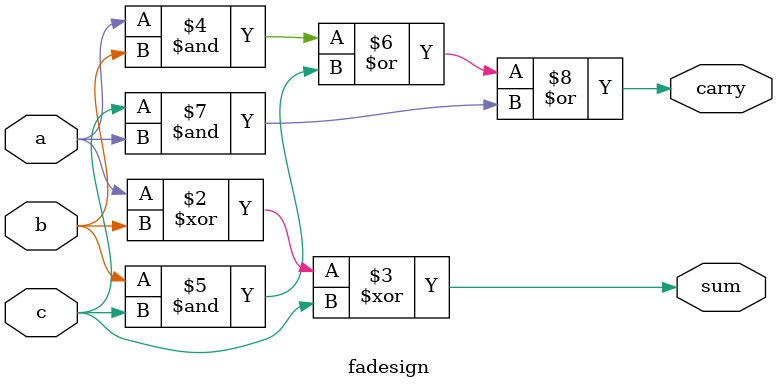
<source format=sv>
module fadesign(a,b,c,sum,carry);
input a,b,c;
output reg sum, carry;
always @(*) begin
sum=a ^ b ^ c;
carry=(a&b)|(b&c)|(c&a);
end
endmodule 

</source>
